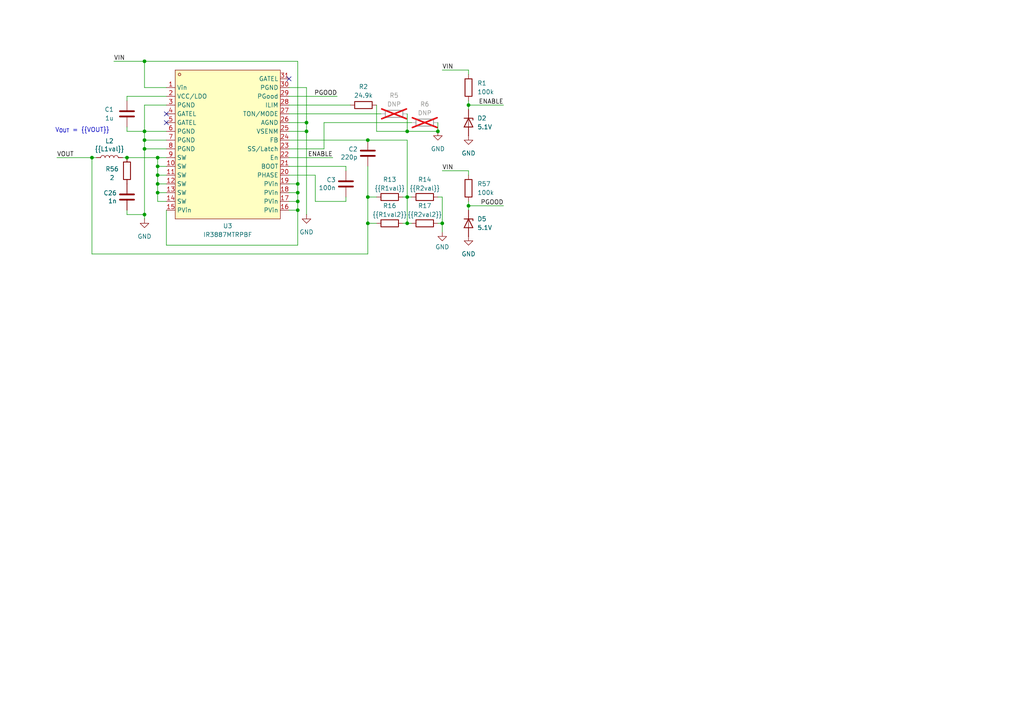
<source format=kicad_sch>
(kicad_sch (version 20250114) (generator "eeschema") (generator_version "9.0")
  (paper "A4")
  (lib_symbols
    (symbol "Device:C" (pin_numbers (hide yes)) (pin_names (offset 0.254))
      (property "Reference" "C" (at 0.635 2.54 0))
      (property "Value" "C" (at 0.635 -2.54 0))
      (symbol "C_0_1"
        (polyline (pts (xy -2.032 0.762) (xy 2.032 0.762)) (stroke (width 0.508)))
        (polyline (pts (xy -2.032 -0.762) (xy 2.032 -0.762)) (stroke (width 0.508)))
      )
      (symbol "C_1_1"
        (pin passive line (at 0 3.81 270) (length 2.794) (name "~") (number "1"))
        (pin passive line (at 0 -3.81 90) (length 2.794) (name "~") (number "2"))
      )
    )
    (symbol "Device:D_Zener" (pin_numbers (hide yes)) (pin_names (offset 1.016) (hide yes))
      (property "Reference" "D" (at 0 2.54 0))
      (property "Value" "D_Zener" (at 0 -2.54 0))
      (symbol "D_Zener_0_1"
        (polyline (pts (xy -1.27 -1.27) (xy -1.27 1.27) (xy -0.762 1.27)) (stroke (width 0.254)))
        (polyline (pts (xy 1.27 0) (xy -1.27 0)))
        (polyline (pts (xy 1.27 -1.27) (xy 1.27 1.27) (xy -1.27 0) (xy 1.27 -1.27)) (stroke (width 0.254)))
      )
      (symbol "D_Zener_1_1"
        (pin passive line (at -3.81 0 0) (length 2.54) (name "K") (number "1"))
        (pin passive line (at 3.81 0 180) (length 2.54) (name "A") (number "2"))
      )
    )
    (symbol "Device:L" (pin_numbers (hide yes)) (pin_names (offset 1.016) (hide yes))
      (property "Reference" "L" (at -1.27 0 90))
      (property "Value" "L" (at 1.905 0 90))
      (symbol "L_0_1"
        (arc (start 0 2.54) (mid 0.6323 1.905) (end 0 1.27))
        (arc (start 0 1.27) (mid 0.6323 0.635) (end 0 0))
        (arc (start 0 0) (mid 0.6323 -0.635) (end 0 -1.27))
        (arc (start 0 -1.27) (mid 0.6323 -1.905) (end 0 -2.54))
      )
      (symbol "L_1_1"
        (pin passive line (at 0 3.81 270) (length 1.27) (name "1") (number "1"))
        (pin passive line (at 0 -3.81 90) (length 1.27) (name "2") (number "2"))
      )
    )
    (symbol "Device:R" (pin_numbers (hide yes)) (pin_names (offset 0))
      (property "Reference" "R" (at 2.032 0 90))
      (property "Value" "R" (at 0 0 90))
      (symbol "R_0_1"
        (rectangle (start -1.016 -2.54) (end 1.016 2.54) (stroke (width 0.254)))
      )
      (symbol "R_1_1"
        (pin passive line (at 0 3.81 270) (length 1.27) (name "~") (number "1"))
        (pin passive line (at 0 -3.81 90) (length 1.27) (name "~") (number "2"))
      )
    )
    (symbol "easyeda2kicad:IR3887MTRPBF"
      (property "Reference" "U" (at 0 24.13 0))
      (property "Value" "IR3887MTRPBF" (at 0 -24.13 0))
      (symbol "IR3887MTRPBF_0_1"
        (rectangle (start -15.24 21.59) (end 15.24 -21.59) (fill (type background)))
        (circle (center -13.97 20.32) (radius 0.38))
        (pin unspecified line (at -17.78 16.51 0) (length 2.54) (name "Vin") (number "1"))
        (pin unspecified line (at -17.78 13.97 0) (length 2.54) (name "VCC/LDO") (number "2"))
        (pin unspecified line (at -17.78 11.43 0) (length 2.54) (name "PGND") (number "3"))
        (pin unspecified line (at -17.78 8.89 0) (length 2.54) (name "GATEL") (number "4"))
        (pin unspecified line (at -17.78 6.35 0) (length 2.54) (name "GATEL") (number "5"))
        (pin unspecified line (at -17.78 3.81 0) (length 2.54) (name "PGND") (number "6"))
        (pin unspecified line (at -17.78 1.27 0) (length 2.54) (name "PGND") (number "7"))
        (pin unspecified line (at -17.78 -1.27 0) (length 2.54) (name "PGND") (number "8"))
        (pin unspecified line (at -17.78 -3.81 0) (length 2.54) (name "SW") (number "9"))
        (pin unspecified line (at -17.78 -6.35 0) (length 2.54) (name "SW") (number "10"))
        (pin unspecified line (at -17.78 -8.89 0) (length 2.54) (name "SW") (number "11"))
        (pin unspecified line (at -17.78 -11.43 0) (length 2.54) (name "SW") (number "12"))
        (pin unspecified line (at -17.78 -13.97 0) (length 2.54) (name "SW") (number "13"))
        (pin unspecified line (at -17.78 -16.51 0) (length 2.54) (name "SW") (number "14"))
        (pin unspecified line (at -17.78 -19.05 0) (length 2.54) (name "PVin") (number "15"))
        (pin unspecified line (at 17.78 19.05 180) (length 2.54) (name "GATEL") (number "31"))
        (pin unspecified line (at 17.78 16.51 180) (length 2.54) (name "PGND") (number "30"))
        (pin unspecified line (at 17.78 13.97 180) (length 2.54) (name "PGood") (number "29"))
        (pin unspecified line (at 17.78 11.43 180) (length 2.54) (name "ILIM") (number "28"))
        (pin unspecified line (at 17.78 8.89 180) (length 2.54) (name "TON/MODE") (number "27"))
        (pin unspecified line (at 17.78 6.35 180) (length 2.54) (name "AGND") (number "26"))
        (pin unspecified line (at 17.78 3.81 180) (length 2.54) (name "VSENM") (number "25"))
        (pin unspecified line (at 17.78 1.27 180) (length 2.54) (name "FB") (number "24"))
        (pin unspecified line (at 17.78 -1.27 180) (length 2.54) (name "SS/Latch") (number "23"))
        (pin unspecified line (at 17.78 -3.81 180) (length 2.54) (name "En") (number "22"))
        (pin unspecified line (at 17.78 -6.35 180) (length 2.54) (name "BOOT") (number "21"))
        (pin unspecified line (at 17.78 -8.89 180) (length 2.54) (name "PHASE") (number "20"))
        (pin unspecified line (at 17.78 -11.43 180) (length 2.54) (name "PVin") (number "19"))
        (pin unspecified line (at 17.78 -13.97 180) (length 2.54) (name "PVin") (number "18"))
        (pin unspecified line (at 17.78 -16.51 180) (length 2.54) (name "PVin") (number "17"))
        (pin unspecified line (at 17.78 -19.05 180) (length 2.54) (name "PVin") (number "16"))
      )
    )
    (symbol "power:GND" (power) (pin_numbers (hide yes)) (pin_names (offset 0) (hide yes))
      (property "Value" "GND" (at 0 -3.81 0))
      (symbol "GND_0_1"
        (polyline (pts (xy 0 0) (xy 0 -1.27) (xy 1.27 -1.27) (xy 0 -2.54) (xy -1.27 -1.27) (xy 0 -1.27)))
      )
      (symbol "GND_1_1"
        (pin power_in line (at 0 0 270) (length 0) (name "~") (number "1"))
      )
    )
  )
  (text "V_{OUT} = {{VOUT}}" (at 23.876 37.846 0) (effects (font (size 1.27 1.27))))
  (junction (at 41.91 17.78))
  (junction (at 45.72 55.88))
  (junction (at 45.72 45.72))
  (junction (at 45.72 53.34))
  (junction (at 106.68 57.15))
  (junction (at 86.36 60.96))
  (junction (at 86.36 58.42))
  (junction (at 45.72 50.8))
  (junction (at 106.68 64.77))
  (junction (at 106.68 40.64))
  (junction (at 118.11 64.77))
  (junction (at 127 38.1))
  (junction (at 118.11 38.1))
  (junction (at 45.72 48.26))
  (junction (at 128.27 64.77))
  (junction (at 26.67 45.72))
  (junction (at 88.9 38.1))
  (junction (at 41.91 38.1))
  (junction (at 86.36 53.34))
  (junction (at 41.91 62.23))
  (junction (at 41.91 43.18))
  (junction (at 36.83 45.72))
  (junction (at 41.91 40.64))
  (junction (at 86.36 55.88))
  (junction (at 88.9 35.56))
  (junction (at 135.89 30.48))
  (junction (at 135.89 59.69))
  (junction (at 118.11 57.15))
  (no_connect (at 83.82 22.86))
  (no_connect (at 48.26 35.56))
  (no_connect (at 48.26 33.02))
  (wire (pts (xy 100.33 57.15) (xy 100.33 58.42)))
  (wire (pts (xy 116.84 64.77) (xy 118.11 64.77)))
  (wire (pts (xy 135.89 30.48) (xy 135.89 31.75)))
  (wire (pts (xy 135.89 30.48) (xy 146.05 30.48)))
  (wire (pts (xy 48.26 30.48) (xy 41.91 30.48)))
  (wire (pts (xy 41.91 63.5) (xy 41.91 62.23)))
  (wire (pts (xy 45.72 53.34) (xy 45.72 55.88)))
  (wire (pts (xy 128.27 49.53) (xy 135.89 49.53)))
  (wire (pts (xy 128.27 67.31) (xy 128.27 64.77)))
  (wire (pts (xy 91.44 50.8) (xy 83.82 50.8)))
  (wire (pts (xy 86.36 53.34) (xy 86.36 17.78)))
  (wire (pts (xy 135.89 59.69) (xy 146.05 59.69)))
  (wire (pts (xy 83.82 53.34) (xy 86.36 53.34)))
  (wire (pts (xy 41.91 43.18) (xy 48.26 43.18)))
  (wire (pts (xy 36.83 45.72) (xy 45.72 45.72)))
  (wire (pts (xy 106.68 57.15) (xy 109.22 57.15)))
  (wire (pts (xy 86.36 71.12) (xy 86.36 60.96)))
  (wire (pts (xy 26.67 45.72) (xy 27.94 45.72)))
  (wire (pts (xy 41.91 38.1) (xy 48.26 38.1)))
  (wire (pts (xy 26.67 73.66) (xy 106.68 73.66)))
  (wire (pts (xy 93.98 35.56) (xy 119.38 35.56)))
  (wire (pts (xy 16.51 45.72) (xy 26.67 45.72)))
  (wire (pts (xy 135.89 50.8) (xy 135.89 49.53)))
  (wire (pts (xy 83.82 43.18) (xy 93.98 43.18)))
  (wire (pts (xy 33.02 17.78) (xy 41.91 17.78)))
  (wire (pts (xy 97.79 27.94) (xy 83.82 27.94)))
  (wire (pts (xy 86.36 55.88) (xy 86.36 53.34)))
  (wire (pts (xy 45.72 58.42) (xy 48.26 58.42)))
  (wire (pts (xy 118.11 33.02) (xy 118.11 38.1)))
  (wire (pts (xy 41.91 38.1) (xy 36.83 38.1)))
  (wire (pts (xy 48.26 53.34) (xy 45.72 53.34)))
  (wire (pts (xy 41.91 43.18) (xy 41.91 62.23)))
  (wire (pts (xy 83.82 33.02) (xy 110.49 33.02)))
  (wire (pts (xy 48.26 50.8) (xy 45.72 50.8)))
  (wire (pts (xy 41.91 30.48) (xy 41.91 38.1)))
  (wire (pts (xy 83.82 40.64) (xy 106.68 40.64)))
  (wire (pts (xy 41.91 25.4) (xy 48.26 25.4)))
  (wire (pts (xy 109.22 38.1) (xy 118.11 38.1)))
  (wire (pts (xy 35.56 45.72) (xy 36.83 45.72)))
  (wire (pts (xy 36.83 27.94) (xy 48.26 27.94)))
  (wire (pts (xy 106.68 64.77) (xy 109.22 64.77)))
  (wire (pts (xy 36.83 60.96) (xy 36.83 62.23)))
  (wire (pts (xy 106.68 48.26) (xy 106.68 57.15)))
  (wire (pts (xy 127 64.77) (xy 128.27 64.77)))
  (wire (pts (xy 106.68 40.64) (xy 118.11 40.64)))
  (wire (pts (xy 128.27 64.77) (xy 128.27 57.15)))
  (wire (pts (xy 118.11 57.15) (xy 118.11 64.77)))
  (wire (pts (xy 83.82 58.42) (xy 86.36 58.42)))
  (wire (pts (xy 41.91 38.1) (xy 41.91 40.64)))
  (wire (pts (xy 135.89 21.59) (xy 135.89 20.32)))
  (wire (pts (xy 45.72 45.72) (xy 45.72 48.26)))
  (wire (pts (xy 48.26 45.72) (xy 45.72 45.72)))
  (wire (pts (xy 48.26 60.96) (xy 48.26 71.12)))
  (wire (pts (xy 93.98 43.18) (xy 93.98 35.56)))
  (wire (pts (xy 36.83 27.94) (xy 36.83 29.21)))
  (wire (pts (xy 135.89 29.21) (xy 135.89 30.48)))
  (wire (pts (xy 106.68 73.66) (xy 106.68 64.77)))
  (wire (pts (xy 135.89 58.42) (xy 135.89 59.69)))
  (wire (pts (xy 118.11 64.77) (xy 119.38 64.77)))
  (wire (pts (xy 36.83 38.1) (xy 36.83 36.83)))
  (wire (pts (xy 128.27 20.32) (xy 135.89 20.32)))
  (wire (pts (xy 83.82 60.96) (xy 86.36 60.96)))
  (wire (pts (xy 41.91 40.64) (xy 41.91 43.18)))
  (wire (pts (xy 91.44 58.42) (xy 91.44 50.8)))
  (wire (pts (xy 100.33 58.42) (xy 91.44 58.42)))
  (wire (pts (xy 36.83 62.23) (xy 41.91 62.23)))
  (wire (pts (xy 127 35.56) (xy 127 38.1)))
  (wire (pts (xy 109.22 30.48) (xy 109.22 38.1)))
  (wire (pts (xy 86.36 17.78) (xy 41.91 17.78)))
  (wire (pts (xy 83.82 35.56) (xy 88.9 35.56)))
  (wire (pts (xy 83.82 25.4) (xy 88.9 25.4)))
  (wire (pts (xy 135.89 59.69) (xy 135.89 60.96)))
  (wire (pts (xy 45.72 50.8) (xy 45.72 53.34)))
  (wire (pts (xy 83.82 45.72) (xy 96.52 45.72)))
  (wire (pts (xy 83.82 48.26) (xy 100.33 48.26)))
  (wire (pts (xy 88.9 38.1) (xy 88.9 62.23)))
  (wire (pts (xy 119.38 57.15) (xy 118.11 57.15)))
  (wire (pts (xy 118.11 57.15) (xy 118.11 40.64)))
  (wire (pts (xy 41.91 40.64) (xy 48.26 40.64)))
  (wire (pts (xy 83.82 30.48) (xy 101.6 30.48)))
  (wire (pts (xy 88.9 35.56) (xy 88.9 38.1)))
  (wire (pts (xy 106.68 64.77) (xy 106.68 57.15)))
  (wire (pts (xy 128.27 57.15) (xy 127 57.15)))
  (wire (pts (xy 88.9 25.4) (xy 88.9 35.56)))
  (wire (pts (xy 100.33 48.26) (xy 100.33 49.53)))
  (wire (pts (xy 45.72 55.88) (xy 45.72 58.42)))
  (wire (pts (xy 118.11 38.1) (xy 127 38.1)))
  (wire (pts (xy 26.67 45.72) (xy 26.67 73.66)))
  (wire (pts (xy 45.72 48.26) (xy 48.26 48.26)))
  (wire (pts (xy 48.26 71.12) (xy 86.36 71.12)))
  (wire (pts (xy 86.36 60.96) (xy 86.36 58.42)))
  (wire (pts (xy 45.72 48.26) (xy 45.72 50.8)))
  (wire (pts (xy 86.36 58.42) (xy 86.36 55.88)))
  (wire (pts (xy 83.82 38.1) (xy 88.9 38.1)))
  (wire (pts (xy 116.84 57.15) (xy 118.11 57.15)))
  (wire (pts (xy 83.82 55.88) (xy 86.36 55.88)))
  (wire (pts (xy 45.72 55.88) (xy 48.26 55.88)))
  (wire (pts (xy 41.91 17.78) (xy 41.91 25.4)))
  (label "VOUT" (at 16.51 45.72 0))
  (label "VIN" (at 33.02 17.78 0))
  (label "PGOOD" (at 146.05 59.69 180))
  (label "PGOOD" (at 97.79 27.94 180))
  (label "ENABLE" (at 146.05 30.48 180))
  (label "VIN" (at 128.27 49.53 0))
  (label "ENABLE" (at 96.52 45.72 180))
  (label "VIN" (at 128.27 20.32 0))
  (symbol (lib_id "Device:L") (at 31.75 45.72 90) (unit 1)
    (property "Reference" "L2" (at 31.75 40.894 90))
    (property "Value" "{{L1val}}" (at 31.75 43.2054 90))
    (property "Footprint" "{{L1footprint}}" (effects (hide yes)))
    (property "Datasheet" "{{L1datasheet}}" (effects (hide yes)))
    (property "LCSC" "{{L1lcsc}}" (effects (hide yes)))
  )
  (symbol (lib_id "Device:R") (at 123.19 64.77 90) (unit 1)
    (property "Reference" "R17" (at 123.19 59.69 90))
    (property "Value" "{{R2val2}}" (at 123.19 62.23 90))
    (property "Footprint" "Resistor_SMD:R_0402_1005Metric" (effects (hide yes)))
    (property "Description" "Resistor" (effects (hide yes)))
    (property "LCSC" "{{R2lcsc2}}" (effects (hide yes)))
    (property "OnlyIf" "R2Second" (effects (hide yes)))
  )
  (symbol (lib_id "power:GND") (at 127 38.1 0) (unit 1)
    (property "Reference" "#PWR04" (effects (hide yes)))
    (property "Value" "GND" (at 127 43.18 0))
    (property "Description" "Power symbol creates a global label with name \"GND\" , ground" (effects (hide yes)))
  )
  (symbol (lib_id "Device:R") (at 113.03 64.77 90) (unit 1)
    (property "Reference" "R16" (at 113.03 59.69 90))
    (property "Value" "{{R1val2}}" (at 113.03 62.23 90))
    (property "Footprint" "Resistor_SMD:R_0402_1005Metric" (effects (hide yes)))
    (property "Description" "Resistor" (effects (hide yes)))
    (property "LCSC" "{{R1lcsc2}}" (effects (hide yes)))
    (property "OnlyIf" "R1Second" (effects (hide yes)))
  )
  (symbol (lib_id "Device:C") (at 100.33 53.34 0) (mirror y) (unit 1)
    (property "Reference" "C3" (at 97.409 52.1716 0) (effects (justify left)))
    (property "Value" "100n" (at 97.409 54.483 0) (effects (justify left)))
    (property "Footprint" "Capacitor_SMD:C_0402_1005Metric" (effects (hide yes)))
    (property "LCSC" "C1525" (effects (hide yes)))
  )
  (symbol (lib_id "Device:R") (at 105.41 30.48 90) (unit 1)
    (property "Reference" "R2" (at 105.41 25.146 90))
    (property "Value" "24.9k" (at 105.41 27.686 90))
    (property "Footprint" "Resistor_SMD:R_0402_1005Metric" (effects (hide yes)))
    (property "Description" "Resistor" (effects (hide yes)))
    (property "LCSC" "C25874" (effects (hide yes)))
  )
  (symbol (lib_id "Device:C") (at 36.83 57.15 0) (mirror y) (unit 1)
    (property "Reference" "C26" (at 33.909 55.9816 0) (effects (justify left)))
    (property "Value" "1n" (at 33.909 58.293 0) (effects (justify left)))
    (property "Footprint" "Capacitor_SMD:C_0402_1005Metric" (effects (hide yes)))
    (property "LCSC" "C696907" (effects (hide yes)))
    (property "OnlyIf" "RCSnubber" (effects (hide yes)))
  )
  (symbol (lib_id "Device:R") (at 123.19 57.15 90) (unit 1)
    (property "Reference" "R14" (at 123.19 52.07 90))
    (property "Value" "{{R2val}}" (at 123.19 54.61 90))
    (property "Footprint" "Resistor_SMD:R_0402_1005Metric" (effects (hide yes)))
    (property "Description" "Resistor" (effects (hide yes)))
    (property "LCSC" "{{R2lcsc}}" (effects (hide yes)))
  )
  (symbol (lib_id "Device:D_Zener") (at 135.89 35.56 270) (unit 1)
    (property "Reference" "D2" (at 138.43 34.2899 90) (effects (justify left)))
    (property "Value" "5.1V" (at 138.43 36.8299 90) (effects (justify left)))
    (property "Footprint" "Diode_SMD:D_SOD-323" (effects (hide yes)))
    (property "Description" "Zener diode" (effects (hide yes)))
    (property "LCSC" "C19077440" (effects (hide yes)))
    (property "OnlyIf" "EnableClamp" (effects (hide yes)))
  )
  (symbol (lib_id "Device:R") (at 135.89 25.4 0) (unit 1)
    (property "Reference" "R1" (at 138.43 24.1299 0) (effects (justify left)))
    (property "Value" "100k" (at 138.43 26.6699 0) (effects (justify left)))
    (property "Footprint" "Resistor_SMD:R_0402_1005Metric" (effects (hide yes)))
    (property "Description" "Resistor" (effects (hide yes)))
    (property "LCSC" "C25741" (effects (hide yes)))
    (property "OnlyIf" "EnableClamp" (effects (hide yes)))
  )
  (symbol (lib_id "Device:D_Zener") (at 135.89 64.77 270) (unit 1)
    (property "Reference" "D5" (at 138.43 63.4999 90) (effects (justify left)))
    (property "Value" "5.1V" (at 138.43 66.0399 90) (effects (justify left)))
    (property "Footprint" "Diode_SMD:D_SOD-323" (effects (hide yes)))
    (property "Description" "Zener diode" (effects (hide yes)))
    (property "LCSC" "C19077440" (effects (hide yes)))
    (property "OnlyIf" "PgoodClamp" (effects (hide yes)))
  )
  (symbol (lib_id "power:GND") (at 88.9 62.23 0) (mirror y) (unit 1)
    (property "Reference" "#PWR011" (effects (hide yes)))
    (property "Value" "GND" (at 88.9 67.31 0))
    (property "Description" "Power symbol creates a global label with name \"GND\" , ground" (effects (hide yes)))
  )
  (symbol (lib_id "Device:C") (at 106.68 44.45 0) (mirror y) (unit 1)
    (property "Reference" "C2" (at 103.759 43.2816 0) (effects (justify left)))
    (property "Value" "220p" (at 103.759 45.593 0) (effects (justify left)))
    (property "Footprint" "Capacitor_SMD:C_0402_1005Metric" (effects (hide yes)))
    (property "LCSC" "C1530" (effects (hide yes)))
  )
  (symbol (lib_id "power:GND") (at 135.89 39.37 0) (mirror y) (unit 1)
    (property "Reference" "#PWR059" (effects (hide yes)))
    (property "Value" "GND" (at 135.89 44.45 0))
    (property "Description" "Power symbol creates a global label with name \"GND\" , ground" (effects (hide yes)))
    (property "OnlyIf" "EnableClamp" (effects (hide yes)))
  )
  (symbol (lib_id "easyeda2kicad:IR3887MTRPBF") (at 66.04 41.91 0) (unit 1)
    (property "Reference" "U3" (at 66.04 65.532 0))
    (property "Value" "IR3887MTRPBF" (at 66.04 68.072 0))
    (property "Footprint" "easyeda2kicad:PG-IQFN-29_L5.0-W4.0-P0.50-BL-EP" (effects (hide yes)))
    (property "Datasheet" "https://lcsc.com/product-detail/Switching-Controllers_Infineon-Technologies-IR3887MTRPBF_C537724.html" (effects (hide yes)))
    (property "LCSC" "C537724" (effects (hide yes)))
  )
  (symbol (lib_id "power:GND") (at 128.27 67.31 0) (unit 1)
    (property "Reference" "#PWR012" (effects (hide yes)))
    (property "Value" "GND" (at 126.238 71.628 0) (effects (justify left)))
    (property "Description" "Power symbol creates a global label with name \"GND\" , ground" (effects (hide yes)))
  )
  (symbol (lib_id "Device:R") (at 113.03 57.15 90) (unit 1)
    (property "Reference" "R13" (at 113.03 52.07 90))
    (property "Value" "{{R1val}}" (at 113.03 54.61 90))
    (property "Footprint" "Resistor_SMD:R_0402_1005Metric" (effects (hide yes)))
    (property "Description" "Resistor" (effects (hide yes)))
    (property "LCSC" "{{R1lcsc}}" (effects (hide yes)))
  )
  (symbol (lib_id "Device:R") (at 123.19 35.56 90) (unit 1) (in_bom no) (dnp yes)
    (property "Reference" "R6" (at 123.19 30.226 90))
    (property "Value" "DNP" (at 123.19 32.766 90))
    (property "Footprint" "Resistor_SMD:R_0402_1005Metric" (effects (hide yes)))
    (property "Description" "Resistor" (effects (hide yes)))
  )
  (symbol (lib_id "power:GND") (at 41.91 63.5 0) (mirror y) (unit 1)
    (property "Reference" "#PWR010" (effects (hide yes)))
    (property "Value" "GND" (at 41.91 68.58 0))
    (property "Description" "Power symbol creates a global label with name \"GND\" , ground" (effects (hide yes)))
  )
  (symbol (lib_id "Device:R") (at 114.3 33.02 90) (unit 1) (in_bom no) (dnp yes)
    (property "Reference" "R5" (at 114.3 27.686 90))
    (property "Value" "DNP" (at 114.3 30.226 90))
    (property "Footprint" "Resistor_SMD:R_0402_1005Metric" (effects (hide yes)))
    (property "Description" "Resistor" (effects (hide yes)))
  )
  (symbol (lib_id "power:GND") (at 135.89 68.58 0) (mirror y) (unit 1)
    (property "Reference" "#PWR062" (effects (hide yes)))
    (property "Value" "GND" (at 135.89 73.66 0))
    (property "Description" "Power symbol creates a global label with name \"GND\" , ground" (effects (hide yes)))
    (property "OnlyIf" "PgoodClamp" (effects (hide yes)))
  )
  (symbol (lib_id "Device:R") (at 36.83 49.53 0) (unit 1)
    (property "Reference" "R56" (at 32.512 49.022 0))
    (property "Value" "2" (at 32.512 51.562 0))
    (property "Footprint" "Resistor_SMD:R_0805_2012Metric" (effects (hide yes)))
    (property "Description" "Resistor, US symbol" (effects (hide yes)))
    (property "OnlyIf" "RCSnubber" (effects (hide yes)))
  )
  (symbol (lib_id "Device:C") (at 36.83 33.02 0) (mirror y) (unit 1)
    (property "Reference" "C1" (at 33.02 31.7499 0) (effects (justify left)))
    (property "Value" "1u" (at 33.02 34.2899 0) (effects (justify left)))
    (property "Footprint" "Capacitor_SMD:C_0402_1005Metric" (effects (hide yes)))
    (property "Description" "Unpolarized capacitor" (effects (hide yes)))
    (property "LCSC" "C14445" (effects (hide yes)))
  )
  (symbol (lib_id "Device:R") (at 135.89 54.61 0) (unit 1)
    (property "Reference" "R57" (at 138.43 53.3399 0) (effects (justify left)))
    (property "Value" "100k" (at 138.43 55.8799 0) (effects (justify left)))
    (property "Footprint" "Resistor_SMD:R_0402_1005Metric" (effects (hide yes)))
    (property "Description" "Resistor" (effects (hide yes)))
    (property "LCSC" "C25741" (effects (hide yes)))
    (property "OnlyIf" "PgoodClamp" (effects (hide yes)))
  )
)
</source>
